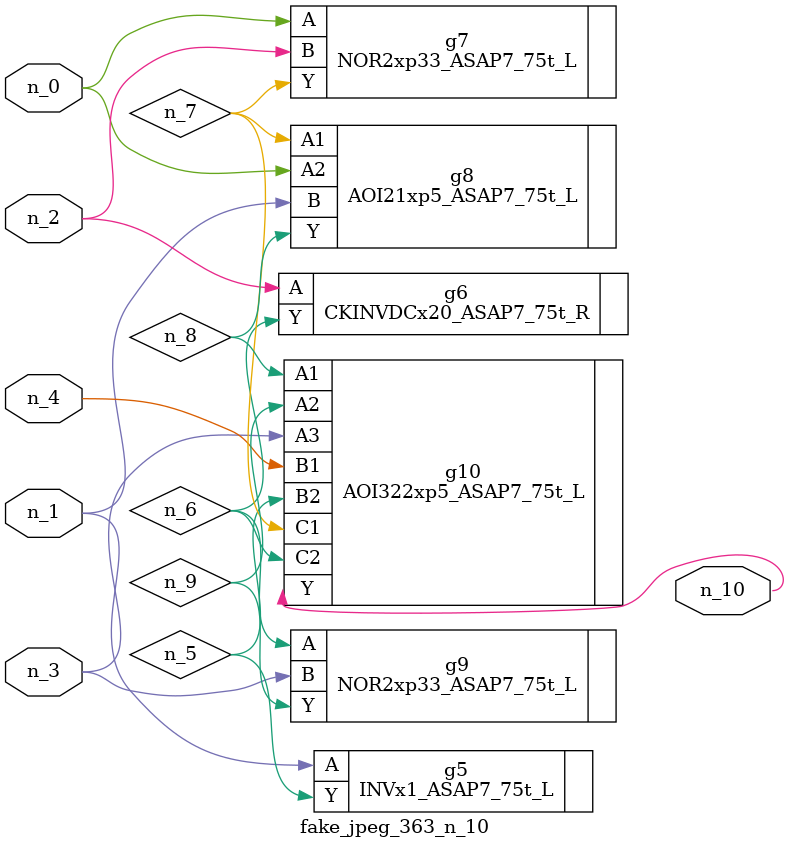
<source format=v>
module fake_jpeg_363_n_10 (n_3, n_2, n_1, n_0, n_4, n_10);

input n_3;
input n_2;
input n_1;
input n_0;
input n_4;

output n_10;

wire n_8;
wire n_9;
wire n_6;
wire n_5;
wire n_7;

INVx1_ASAP7_75t_L g5 ( 
.A(n_1),
.Y(n_5)
);

CKINVDCx20_ASAP7_75t_R g6 ( 
.A(n_2),
.Y(n_6)
);

NOR2xp33_ASAP7_75t_L g7 ( 
.A(n_0),
.B(n_2),
.Y(n_7)
);

AOI21xp5_ASAP7_75t_L g8 ( 
.A1(n_7),
.A2(n_0),
.B(n_1),
.Y(n_8)
);

AOI322xp5_ASAP7_75t_L g10 ( 
.A1(n_8),
.A2(n_9),
.A3(n_3),
.B1(n_4),
.B2(n_5),
.C1(n_7),
.C2(n_6),
.Y(n_10)
);

NOR2xp33_ASAP7_75t_L g9 ( 
.A(n_6),
.B(n_3),
.Y(n_9)
);


endmodule
</source>
